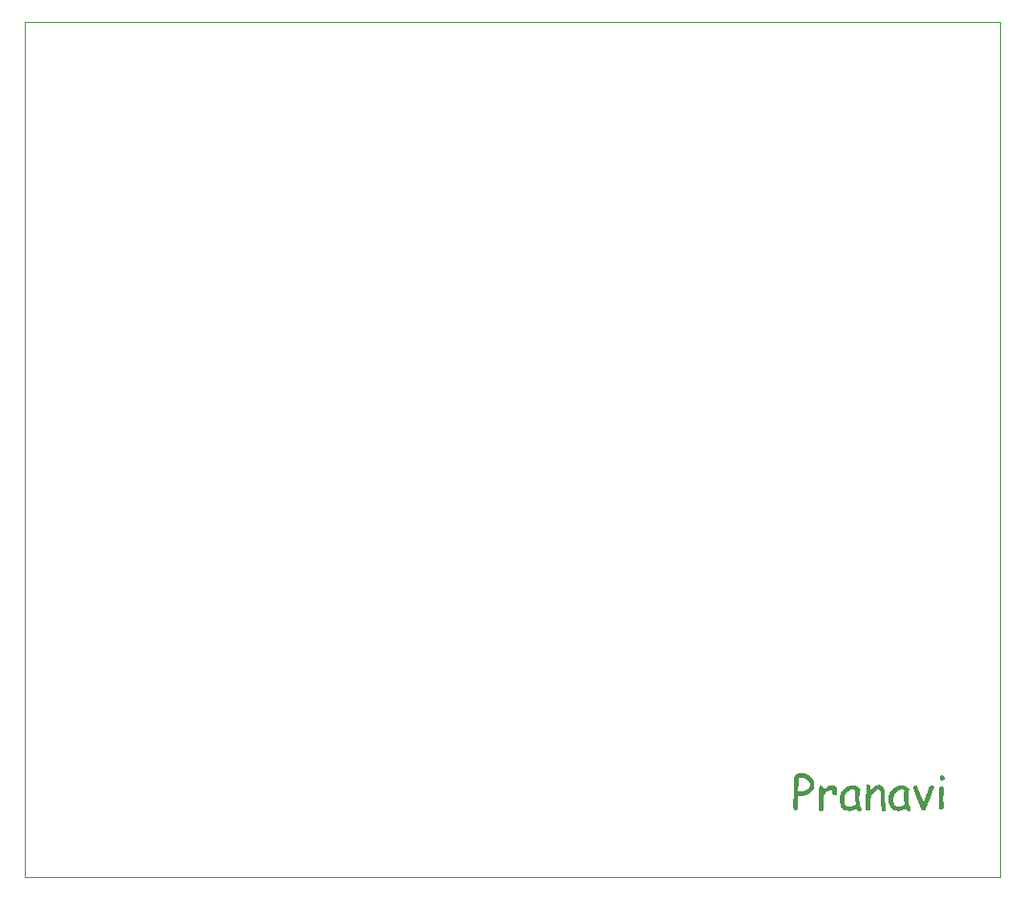
<source format=gbr>
%TF.GenerationSoftware,KiCad,Pcbnew,9.0.3*%
%TF.CreationDate,2025-07-19T14:34:47-07:00*%
%TF.ProjectId,Aurora,4175726f-7261-42e6-9b69-6361645f7063,rev?*%
%TF.SameCoordinates,Original*%
%TF.FileFunction,Profile,NP*%
%FSLAX46Y46*%
G04 Gerber Fmt 4.6, Leading zero omitted, Abs format (unit mm)*
G04 Created by KiCad (PCBNEW 9.0.3) date 2025-07-19 14:34:47*
%MOMM*%
%LPD*%
G01*
G04 APERTURE LIST*
%ADD10C,0.150000*%
%TA.AperFunction,Profile*%
%ADD11C,0.050000*%
%TD*%
G04 APERTURE END LIST*
D10*
G36*
X175178182Y-80281593D02*
G01*
X175354542Y-80328344D01*
X175527444Y-80407514D01*
X175698831Y-80522083D01*
X175862184Y-80677118D01*
X175972731Y-80840041D01*
X176037644Y-81013600D01*
X176059516Y-81202421D01*
X176043329Y-81402116D01*
X175996590Y-81579473D01*
X175920474Y-81738429D01*
X175814035Y-81881967D01*
X175674284Y-82011903D01*
X175495724Y-82129064D01*
X175300438Y-82213110D01*
X175085329Y-82264673D01*
X174846484Y-82282463D01*
X174596441Y-82255718D01*
X174585038Y-82623676D01*
X174579954Y-83341805D01*
X174566429Y-83418112D01*
X174526648Y-83480474D01*
X174466948Y-83522684D01*
X174393475Y-83536894D01*
X174318267Y-83522593D01*
X174258286Y-83480474D01*
X174218498Y-83418137D01*
X174204980Y-83341988D01*
X174204980Y-82739136D01*
X174212896Y-82406646D01*
X174241800Y-81890087D01*
X174242928Y-81868838D01*
X174620987Y-81868838D01*
X174846484Y-81895582D01*
X175070167Y-81874912D01*
X175261309Y-81815945D01*
X175426256Y-81720460D01*
X175540378Y-81614899D01*
X175619768Y-81495644D01*
X175667870Y-81359927D01*
X175684542Y-81203154D01*
X175670248Y-81095556D01*
X175627236Y-80995179D01*
X175552326Y-80898999D01*
X175438712Y-80805465D01*
X175281518Y-80719992D01*
X175119223Y-80669693D01*
X174948883Y-80652875D01*
X174787866Y-80657088D01*
X174668065Y-80669361D01*
X174664035Y-81048548D01*
X174620987Y-81868838D01*
X174242928Y-81868838D01*
X174286863Y-81041221D01*
X174286863Y-80758204D01*
X174294282Y-80569050D01*
X174311592Y-80462915D01*
X174344821Y-80380365D01*
X174388215Y-80331539D01*
X174442334Y-80307532D01*
X174512360Y-80307027D01*
X174698839Y-80276252D01*
X174995961Y-80265994D01*
X175178182Y-80281593D01*
G37*
G36*
X178062796Y-81979113D02*
G01*
X178041241Y-82101817D01*
X177999407Y-82177437D01*
X177940090Y-82220419D01*
X177857815Y-82235568D01*
X177779829Y-82222609D01*
X177727635Y-82187327D01*
X177694397Y-82127859D01*
X177681594Y-82033702D01*
X177675549Y-81891003D01*
X177669321Y-81719727D01*
X177457682Y-81759912D01*
X177287255Y-81821481D01*
X177150915Y-81901810D01*
X177040713Y-82000465D01*
X176939508Y-82132091D01*
X176847566Y-82302796D01*
X176851596Y-83424054D01*
X176837606Y-83518309D01*
X176800556Y-83579329D01*
X176740575Y-83616671D01*
X176648630Y-83630683D01*
X176568929Y-83617398D01*
X176515537Y-83581199D01*
X176481499Y-83520118D01*
X176468379Y-83423321D01*
X176468379Y-81981861D01*
X176473508Y-81778712D01*
X176478637Y-81575380D01*
X176491757Y-81478583D01*
X176525795Y-81417502D01*
X176579187Y-81381303D01*
X176658888Y-81368018D01*
X176740404Y-81386196D01*
X176800674Y-81440109D01*
X176843552Y-81541540D01*
X176861854Y-81715514D01*
X177029208Y-81572922D01*
X177198610Y-81466246D01*
X177371397Y-81391901D01*
X177549410Y-81347678D01*
X177734900Y-81332847D01*
X177838792Y-81347545D01*
X177919494Y-81388970D01*
X177982745Y-81457960D01*
X178025008Y-81545654D01*
X178053856Y-81668042D01*
X178064811Y-81835498D01*
X178062796Y-81979113D01*
G37*
G36*
X179641811Y-81365869D02*
G01*
X179859996Y-81436711D01*
X179997799Y-81507034D01*
X180080956Y-81575856D01*
X180124807Y-81643621D01*
X180138616Y-81713316D01*
X180128587Y-81765125D01*
X180097766Y-81811685D01*
X180065893Y-82067957D01*
X180052704Y-82524813D01*
X180061518Y-82765592D01*
X180087508Y-82926348D01*
X180121592Y-83037644D01*
X180216652Y-83287034D01*
X180263729Y-83395661D01*
X180276003Y-83430465D01*
X180261501Y-83505598D01*
X180218667Y-83565654D01*
X180156434Y-83605742D01*
X180085493Y-83618960D01*
X180041719Y-83603519D01*
X179944077Y-83530849D01*
X179859508Y-83448780D01*
X179806690Y-83384487D01*
X179614130Y-83479657D01*
X179460293Y-83542206D01*
X179315541Y-83583757D01*
X179210432Y-83595512D01*
X178971092Y-83575905D01*
X178781038Y-83521933D01*
X178630297Y-83438111D01*
X178511592Y-83324952D01*
X178427763Y-83194551D01*
X178363026Y-83027171D01*
X178320283Y-82814327D01*
X178305538Y-82561999D01*
X178708330Y-82561999D01*
X178724031Y-82783403D01*
X178765623Y-82946485D01*
X178827215Y-83064651D01*
X178917842Y-83156362D01*
X179033968Y-83212153D01*
X179183871Y-83232079D01*
X179370823Y-83213108D01*
X179517812Y-83160638D01*
X179596816Y-83109558D01*
X179724808Y-83005300D01*
X179672932Y-82497588D01*
X179659228Y-82194169D01*
X179670403Y-82003293D01*
X179704291Y-81783658D01*
X179574049Y-81726505D01*
X179487037Y-81708004D01*
X179334490Y-81723977D01*
X179194264Y-81771164D01*
X179063078Y-81850680D01*
X178938773Y-81966474D01*
X178836800Y-82102482D01*
X178765545Y-82245615D01*
X178722822Y-82397889D01*
X178708330Y-82561999D01*
X178305538Y-82561999D01*
X178304596Y-82545879D01*
X178326401Y-82304201D01*
X178390111Y-82085076D01*
X178495547Y-81883857D01*
X178645682Y-81697196D01*
X178827763Y-81540683D01*
X179021897Y-81431914D01*
X179231268Y-81366752D01*
X179460476Y-81344570D01*
X179641811Y-81365869D01*
G37*
G36*
X182205094Y-83630683D02*
G01*
X182125488Y-83618250D01*
X182068805Y-83583951D01*
X182029079Y-83526586D01*
X182006341Y-83437976D01*
X181949005Y-82989180D01*
X181927162Y-82752650D01*
X181920245Y-82540200D01*
X181927390Y-82345478D01*
X181934534Y-82150755D01*
X181918005Y-81914227D01*
X181879594Y-81786521D01*
X181830352Y-81726221D01*
X181770586Y-81708004D01*
X181664682Y-81722818D01*
X181558219Y-81768884D01*
X181448045Y-81851746D01*
X181332048Y-81980579D01*
X181219632Y-82153140D01*
X181120813Y-82360533D01*
X181036941Y-82607978D01*
X181018440Y-82808928D01*
X181006167Y-83007681D01*
X181018440Y-83192329D01*
X181030713Y-83376793D01*
X181016108Y-83461543D01*
X180974293Y-83526270D01*
X180910938Y-83569068D01*
X180829945Y-83583789D01*
X180747326Y-83568998D01*
X180684316Y-83526453D01*
X180643342Y-83461842D01*
X180628995Y-83377159D01*
X180615622Y-83192878D01*
X180602433Y-83008780D01*
X180632109Y-82424429D01*
X180661967Y-81840261D01*
X180654640Y-81645722D01*
X180647496Y-81451366D01*
X180662421Y-81370448D01*
X180705931Y-81307018D01*
X180770726Y-81265057D01*
X180850462Y-81250781D01*
X180931198Y-81266086D01*
X180990606Y-81310010D01*
X181033650Y-81388216D01*
X181057274Y-81516029D01*
X181063503Y-81754898D01*
X181218211Y-81573507D01*
X181364260Y-81445340D01*
X181503316Y-81360927D01*
X181637751Y-81313151D01*
X181770586Y-81297676D01*
X181926244Y-81316798D01*
X182049979Y-81370555D01*
X182149337Y-81458404D01*
X182227625Y-81586188D01*
X182273286Y-81718112D01*
X182307103Y-81902974D01*
X182323979Y-82155151D01*
X182323979Y-82361781D01*
X182321964Y-82552107D01*
X182331673Y-82733761D01*
X182365928Y-82991195D01*
X182400358Y-83248344D01*
X182410075Y-83428084D01*
X182395063Y-83510739D01*
X182351639Y-83574446D01*
X182286567Y-83616322D01*
X182205094Y-83630683D01*
G37*
G36*
X183988357Y-81365869D02*
G01*
X184206542Y-81436711D01*
X184344345Y-81507034D01*
X184427502Y-81575856D01*
X184471353Y-81643621D01*
X184485162Y-81713316D01*
X184475133Y-81765125D01*
X184444312Y-81811685D01*
X184412438Y-82067957D01*
X184399249Y-82524813D01*
X184408064Y-82765592D01*
X184434054Y-82926348D01*
X184468138Y-83037644D01*
X184563197Y-83287034D01*
X184610275Y-83395661D01*
X184622548Y-83430465D01*
X184608046Y-83505598D01*
X184565212Y-83565654D01*
X184502980Y-83605742D01*
X184432039Y-83618960D01*
X184388264Y-83603519D01*
X184290622Y-83530849D01*
X184206054Y-83448780D01*
X184153236Y-83384487D01*
X183960676Y-83479657D01*
X183806838Y-83542206D01*
X183662087Y-83583757D01*
X183556978Y-83595512D01*
X183317638Y-83575905D01*
X183127584Y-83521933D01*
X182976843Y-83438111D01*
X182858138Y-83324952D01*
X182774309Y-83194551D01*
X182709572Y-83027171D01*
X182666829Y-82814327D01*
X182652084Y-82561999D01*
X183054876Y-82561999D01*
X183070577Y-82783403D01*
X183112169Y-82946485D01*
X183173761Y-83064651D01*
X183264387Y-83156362D01*
X183380514Y-83212153D01*
X183530416Y-83232079D01*
X183717368Y-83213108D01*
X183864357Y-83160638D01*
X183943362Y-83109558D01*
X184071353Y-83005300D01*
X184019478Y-82497588D01*
X184005774Y-82194169D01*
X184016948Y-82003293D01*
X184050837Y-81783658D01*
X183920594Y-81726505D01*
X183833583Y-81708004D01*
X183681035Y-81723977D01*
X183540810Y-81771164D01*
X183409623Y-81850680D01*
X183285319Y-81966474D01*
X183183346Y-82102482D01*
X183112090Y-82245615D01*
X183069368Y-82397889D01*
X183054876Y-82561999D01*
X182652084Y-82561999D01*
X182651142Y-82545879D01*
X182672947Y-82304201D01*
X182736656Y-82085076D01*
X182842093Y-81883857D01*
X182992227Y-81697196D01*
X183174309Y-81540683D01*
X183368442Y-81431914D01*
X183577814Y-81366752D01*
X183807021Y-81344570D01*
X183988357Y-81365869D01*
G37*
G36*
X185924607Y-83383021D02*
G01*
X185909224Y-83469485D01*
X185874157Y-83525386D01*
X185819584Y-83559300D01*
X185738128Y-83571882D01*
X185649917Y-83553435D01*
X185578835Y-83498054D01*
X185520874Y-83395478D01*
X185207266Y-82561449D01*
X184842550Y-81618428D01*
X184822034Y-81524089D01*
X184837747Y-81446491D01*
X184885415Y-81380657D01*
X184954441Y-81335873D01*
X185033060Y-81321123D01*
X185106937Y-81334846D01*
X185164356Y-81374793D01*
X185209281Y-81445870D01*
X185729884Y-82881835D01*
X185889331Y-82514046D01*
X186117131Y-81928555D01*
X186291338Y-81464371D01*
X186342591Y-81388179D01*
X186401715Y-81346620D01*
X186471772Y-81332847D01*
X186550233Y-81347588D01*
X186619234Y-81392381D01*
X186667142Y-81458121D01*
X186682798Y-81534164D01*
X186637730Y-81687527D01*
X186344644Y-82413438D01*
X185924607Y-83383021D01*
G37*
G36*
X187411130Y-80899071D02*
G01*
X187319639Y-80881584D01*
X187240954Y-80828729D01*
X187187187Y-80750853D01*
X187169330Y-80658736D01*
X187187193Y-80566651D01*
X187240954Y-80488927D01*
X187319653Y-80435929D01*
X187411130Y-80418401D01*
X187502419Y-80435964D01*
X187580207Y-80488927D01*
X187633251Y-80566580D01*
X187650915Y-80658736D01*
X187633257Y-80750925D01*
X187580207Y-80828729D01*
X187502433Y-80881549D01*
X187411130Y-80899071D01*
G37*
G36*
X187503271Y-82560350D02*
G01*
X187510415Y-82928546D01*
X187517742Y-83296559D01*
X187503467Y-83379848D01*
X187462421Y-83444387D01*
X187399562Y-83486926D01*
X187316974Y-83501723D01*
X187235777Y-83487041D01*
X187172260Y-83444387D01*
X187130506Y-83379773D01*
X187116024Y-83296559D01*
X187108879Y-82928546D01*
X187101735Y-82560350D01*
X187122069Y-82079497D01*
X187142585Y-81598644D01*
X187157156Y-81513720D01*
X187198822Y-81448984D01*
X187262354Y-81406188D01*
X187343536Y-81391465D01*
X187424528Y-81406186D01*
X187487883Y-81448984D01*
X187529691Y-81513735D01*
X187544303Y-81598644D01*
X187523787Y-82079497D01*
X187503271Y-82560350D01*
G37*
D11*
X106000000Y-13500000D02*
X192500000Y-13500000D01*
X192500000Y-89500000D01*
X106000000Y-89500000D01*
X106000000Y-13500000D01*
M02*

</source>
